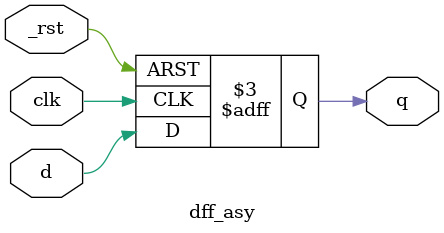
<source format=v>
module dff_asy (q, d, clk, _rst);
	input d, clk, _rst;
	output reg q;
	
	always @ (posedge clk or posedge _rst)
		if (_rst == 1) q <= 0;
		else q <= d;
endmodule

</source>
